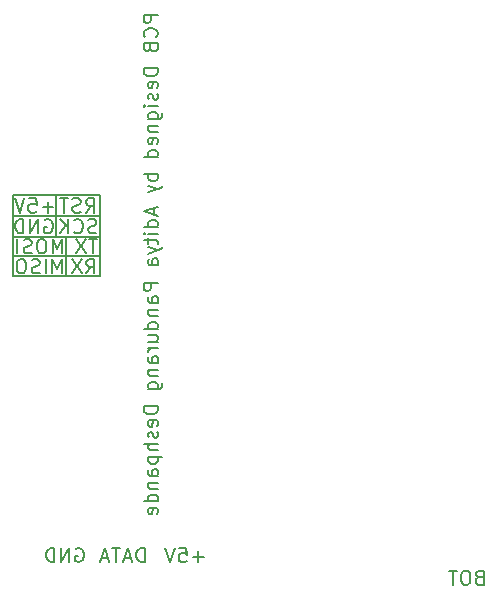
<source format=gbr>
%TF.GenerationSoftware,KiCad,Pcbnew,9.0.3*%
%TF.CreationDate,2025-07-13T15:08:49+05:30*%
%TF.ProjectId,lighting_pcb_tht,6c696768-7469-46e6-975f-7063625f7468,rev?*%
%TF.SameCoordinates,Original*%
%TF.FileFunction,Legend,Bot*%
%TF.FilePolarity,Positive*%
%FSLAX46Y46*%
G04 Gerber Fmt 4.6, Leading zero omitted, Abs format (unit mm)*
G04 Created by KiCad (PCBNEW 9.0.3) date 2025-07-13 15:08:49*
%MOMM*%
%LPD*%
G01*
G04 APERTURE LIST*
%ADD10C,0.170000*%
G04 APERTURE END LIST*
D10*
X332485Y-23160000D02*
X7740000Y-23160000D01*
X330000Y-21450000D02*
X7740000Y-21450000D01*
X3975000Y-16300000D02*
X3975000Y-19750000D01*
X330000Y-23160000D02*
X330000Y-16300000D01*
X330000Y-18010000D02*
X7740000Y-18010000D01*
X4870000Y-19785000D02*
X4870000Y-23160000D01*
X330000Y-16300000D02*
X7740000Y-16300000D01*
X330000Y-19785000D02*
X7740000Y-19785000D01*
X7740000Y-23160000D02*
X7740000Y-16300000D01*
X3762443Y-17287160D02*
X2848158Y-17287160D01*
X3305300Y-17744302D02*
X3305300Y-16830017D01*
X1705301Y-16544302D02*
X2276729Y-16544302D01*
X2276729Y-16544302D02*
X2333872Y-17115731D01*
X2333872Y-17115731D02*
X2276729Y-17058588D01*
X2276729Y-17058588D02*
X2162444Y-17001445D01*
X2162444Y-17001445D02*
X1876729Y-17001445D01*
X1876729Y-17001445D02*
X1762444Y-17058588D01*
X1762444Y-17058588D02*
X1705301Y-17115731D01*
X1705301Y-17115731D02*
X1648158Y-17230017D01*
X1648158Y-17230017D02*
X1648158Y-17515731D01*
X1648158Y-17515731D02*
X1705301Y-17630017D01*
X1705301Y-17630017D02*
X1762444Y-17687160D01*
X1762444Y-17687160D02*
X1876729Y-17744302D01*
X1876729Y-17744302D02*
X2162444Y-17744302D01*
X2162444Y-17744302D02*
X2276729Y-17687160D01*
X2276729Y-17687160D02*
X2333872Y-17630017D01*
X1305301Y-16544302D02*
X905301Y-17744302D01*
X905301Y-17744302D02*
X505301Y-16544302D01*
X12594302Y-1007556D02*
X11394302Y-1007556D01*
X11394302Y-1007556D02*
X11394302Y-1464699D01*
X11394302Y-1464699D02*
X11451445Y-1578984D01*
X11451445Y-1578984D02*
X11508588Y-1636127D01*
X11508588Y-1636127D02*
X11622874Y-1693270D01*
X11622874Y-1693270D02*
X11794302Y-1693270D01*
X11794302Y-1693270D02*
X11908588Y-1636127D01*
X11908588Y-1636127D02*
X11965731Y-1578984D01*
X11965731Y-1578984D02*
X12022874Y-1464699D01*
X12022874Y-1464699D02*
X12022874Y-1007556D01*
X12480017Y-2893270D02*
X12537160Y-2836127D01*
X12537160Y-2836127D02*
X12594302Y-2664699D01*
X12594302Y-2664699D02*
X12594302Y-2550413D01*
X12594302Y-2550413D02*
X12537160Y-2378984D01*
X12537160Y-2378984D02*
X12422874Y-2264699D01*
X12422874Y-2264699D02*
X12308588Y-2207556D01*
X12308588Y-2207556D02*
X12080017Y-2150413D01*
X12080017Y-2150413D02*
X11908588Y-2150413D01*
X11908588Y-2150413D02*
X11680017Y-2207556D01*
X11680017Y-2207556D02*
X11565731Y-2264699D01*
X11565731Y-2264699D02*
X11451445Y-2378984D01*
X11451445Y-2378984D02*
X11394302Y-2550413D01*
X11394302Y-2550413D02*
X11394302Y-2664699D01*
X11394302Y-2664699D02*
X11451445Y-2836127D01*
X11451445Y-2836127D02*
X11508588Y-2893270D01*
X11965731Y-3807556D02*
X12022874Y-3978984D01*
X12022874Y-3978984D02*
X12080017Y-4036127D01*
X12080017Y-4036127D02*
X12194302Y-4093270D01*
X12194302Y-4093270D02*
X12365731Y-4093270D01*
X12365731Y-4093270D02*
X12480017Y-4036127D01*
X12480017Y-4036127D02*
X12537160Y-3978984D01*
X12537160Y-3978984D02*
X12594302Y-3864699D01*
X12594302Y-3864699D02*
X12594302Y-3407556D01*
X12594302Y-3407556D02*
X11394302Y-3407556D01*
X11394302Y-3407556D02*
X11394302Y-3807556D01*
X11394302Y-3807556D02*
X11451445Y-3921842D01*
X11451445Y-3921842D02*
X11508588Y-3978984D01*
X11508588Y-3978984D02*
X11622874Y-4036127D01*
X11622874Y-4036127D02*
X11737160Y-4036127D01*
X11737160Y-4036127D02*
X11851445Y-3978984D01*
X11851445Y-3978984D02*
X11908588Y-3921842D01*
X11908588Y-3921842D02*
X11965731Y-3807556D01*
X11965731Y-3807556D02*
X11965731Y-3407556D01*
X12594302Y-5521842D02*
X11394302Y-5521842D01*
X11394302Y-5521842D02*
X11394302Y-5807556D01*
X11394302Y-5807556D02*
X11451445Y-5978985D01*
X11451445Y-5978985D02*
X11565731Y-6093270D01*
X11565731Y-6093270D02*
X11680017Y-6150413D01*
X11680017Y-6150413D02*
X11908588Y-6207556D01*
X11908588Y-6207556D02*
X12080017Y-6207556D01*
X12080017Y-6207556D02*
X12308588Y-6150413D01*
X12308588Y-6150413D02*
X12422874Y-6093270D01*
X12422874Y-6093270D02*
X12537160Y-5978985D01*
X12537160Y-5978985D02*
X12594302Y-5807556D01*
X12594302Y-5807556D02*
X12594302Y-5521842D01*
X12537160Y-7178985D02*
X12594302Y-7064699D01*
X12594302Y-7064699D02*
X12594302Y-6836128D01*
X12594302Y-6836128D02*
X12537160Y-6721842D01*
X12537160Y-6721842D02*
X12422874Y-6664699D01*
X12422874Y-6664699D02*
X11965731Y-6664699D01*
X11965731Y-6664699D02*
X11851445Y-6721842D01*
X11851445Y-6721842D02*
X11794302Y-6836128D01*
X11794302Y-6836128D02*
X11794302Y-7064699D01*
X11794302Y-7064699D02*
X11851445Y-7178985D01*
X11851445Y-7178985D02*
X11965731Y-7236128D01*
X11965731Y-7236128D02*
X12080017Y-7236128D01*
X12080017Y-7236128D02*
X12194302Y-6664699D01*
X12537160Y-7693270D02*
X12594302Y-7807556D01*
X12594302Y-7807556D02*
X12594302Y-8036127D01*
X12594302Y-8036127D02*
X12537160Y-8150413D01*
X12537160Y-8150413D02*
X12422874Y-8207556D01*
X12422874Y-8207556D02*
X12365731Y-8207556D01*
X12365731Y-8207556D02*
X12251445Y-8150413D01*
X12251445Y-8150413D02*
X12194302Y-8036127D01*
X12194302Y-8036127D02*
X12194302Y-7864699D01*
X12194302Y-7864699D02*
X12137160Y-7750413D01*
X12137160Y-7750413D02*
X12022874Y-7693270D01*
X12022874Y-7693270D02*
X11965731Y-7693270D01*
X11965731Y-7693270D02*
X11851445Y-7750413D01*
X11851445Y-7750413D02*
X11794302Y-7864699D01*
X11794302Y-7864699D02*
X11794302Y-8036127D01*
X11794302Y-8036127D02*
X11851445Y-8150413D01*
X12594302Y-8721842D02*
X11794302Y-8721842D01*
X11394302Y-8721842D02*
X11451445Y-8664699D01*
X11451445Y-8664699D02*
X11508588Y-8721842D01*
X11508588Y-8721842D02*
X11451445Y-8778985D01*
X11451445Y-8778985D02*
X11394302Y-8721842D01*
X11394302Y-8721842D02*
X11508588Y-8721842D01*
X11794302Y-9807557D02*
X12765731Y-9807557D01*
X12765731Y-9807557D02*
X12880017Y-9750414D01*
X12880017Y-9750414D02*
X12937160Y-9693271D01*
X12937160Y-9693271D02*
X12994302Y-9578985D01*
X12994302Y-9578985D02*
X12994302Y-9407557D01*
X12994302Y-9407557D02*
X12937160Y-9293271D01*
X12537160Y-9807557D02*
X12594302Y-9693271D01*
X12594302Y-9693271D02*
X12594302Y-9464699D01*
X12594302Y-9464699D02*
X12537160Y-9350414D01*
X12537160Y-9350414D02*
X12480017Y-9293271D01*
X12480017Y-9293271D02*
X12365731Y-9236128D01*
X12365731Y-9236128D02*
X12022874Y-9236128D01*
X12022874Y-9236128D02*
X11908588Y-9293271D01*
X11908588Y-9293271D02*
X11851445Y-9350414D01*
X11851445Y-9350414D02*
X11794302Y-9464699D01*
X11794302Y-9464699D02*
X11794302Y-9693271D01*
X11794302Y-9693271D02*
X11851445Y-9807557D01*
X11794302Y-10378985D02*
X12594302Y-10378985D01*
X11908588Y-10378985D02*
X11851445Y-10436128D01*
X11851445Y-10436128D02*
X11794302Y-10550413D01*
X11794302Y-10550413D02*
X11794302Y-10721842D01*
X11794302Y-10721842D02*
X11851445Y-10836128D01*
X11851445Y-10836128D02*
X11965731Y-10893271D01*
X11965731Y-10893271D02*
X12594302Y-10893271D01*
X12537160Y-11921842D02*
X12594302Y-11807556D01*
X12594302Y-11807556D02*
X12594302Y-11578985D01*
X12594302Y-11578985D02*
X12537160Y-11464699D01*
X12537160Y-11464699D02*
X12422874Y-11407556D01*
X12422874Y-11407556D02*
X11965731Y-11407556D01*
X11965731Y-11407556D02*
X11851445Y-11464699D01*
X11851445Y-11464699D02*
X11794302Y-11578985D01*
X11794302Y-11578985D02*
X11794302Y-11807556D01*
X11794302Y-11807556D02*
X11851445Y-11921842D01*
X11851445Y-11921842D02*
X11965731Y-11978985D01*
X11965731Y-11978985D02*
X12080017Y-11978985D01*
X12080017Y-11978985D02*
X12194302Y-11407556D01*
X12594302Y-13007556D02*
X11394302Y-13007556D01*
X12537160Y-13007556D02*
X12594302Y-12893270D01*
X12594302Y-12893270D02*
X12594302Y-12664698D01*
X12594302Y-12664698D02*
X12537160Y-12550413D01*
X12537160Y-12550413D02*
X12480017Y-12493270D01*
X12480017Y-12493270D02*
X12365731Y-12436127D01*
X12365731Y-12436127D02*
X12022874Y-12436127D01*
X12022874Y-12436127D02*
X11908588Y-12493270D01*
X11908588Y-12493270D02*
X11851445Y-12550413D01*
X11851445Y-12550413D02*
X11794302Y-12664698D01*
X11794302Y-12664698D02*
X11794302Y-12893270D01*
X11794302Y-12893270D02*
X11851445Y-13007556D01*
X12594302Y-14493270D02*
X11394302Y-14493270D01*
X11851445Y-14493270D02*
X11794302Y-14607556D01*
X11794302Y-14607556D02*
X11794302Y-14836127D01*
X11794302Y-14836127D02*
X11851445Y-14950413D01*
X11851445Y-14950413D02*
X11908588Y-15007556D01*
X11908588Y-15007556D02*
X12022874Y-15064698D01*
X12022874Y-15064698D02*
X12365731Y-15064698D01*
X12365731Y-15064698D02*
X12480017Y-15007556D01*
X12480017Y-15007556D02*
X12537160Y-14950413D01*
X12537160Y-14950413D02*
X12594302Y-14836127D01*
X12594302Y-14836127D02*
X12594302Y-14607556D01*
X12594302Y-14607556D02*
X12537160Y-14493270D01*
X11794302Y-15464698D02*
X12594302Y-15750412D01*
X11794302Y-16036127D02*
X12594302Y-15750412D01*
X12594302Y-15750412D02*
X12880017Y-15636127D01*
X12880017Y-15636127D02*
X12937160Y-15578984D01*
X12937160Y-15578984D02*
X12994302Y-15464698D01*
X12251445Y-17350413D02*
X12251445Y-17921842D01*
X12594302Y-17236127D02*
X11394302Y-17636127D01*
X11394302Y-17636127D02*
X12594302Y-18036127D01*
X12594302Y-18950413D02*
X11394302Y-18950413D01*
X12537160Y-18950413D02*
X12594302Y-18836127D01*
X12594302Y-18836127D02*
X12594302Y-18607555D01*
X12594302Y-18607555D02*
X12537160Y-18493270D01*
X12537160Y-18493270D02*
X12480017Y-18436127D01*
X12480017Y-18436127D02*
X12365731Y-18378984D01*
X12365731Y-18378984D02*
X12022874Y-18378984D01*
X12022874Y-18378984D02*
X11908588Y-18436127D01*
X11908588Y-18436127D02*
X11851445Y-18493270D01*
X11851445Y-18493270D02*
X11794302Y-18607555D01*
X11794302Y-18607555D02*
X11794302Y-18836127D01*
X11794302Y-18836127D02*
X11851445Y-18950413D01*
X12594302Y-19521841D02*
X11794302Y-19521841D01*
X11394302Y-19521841D02*
X11451445Y-19464698D01*
X11451445Y-19464698D02*
X11508588Y-19521841D01*
X11508588Y-19521841D02*
X11451445Y-19578984D01*
X11451445Y-19578984D02*
X11394302Y-19521841D01*
X11394302Y-19521841D02*
X11508588Y-19521841D01*
X11794302Y-19921841D02*
X11794302Y-20378984D01*
X11394302Y-20093270D02*
X12422874Y-20093270D01*
X12422874Y-20093270D02*
X12537160Y-20150413D01*
X12537160Y-20150413D02*
X12594302Y-20264698D01*
X12594302Y-20264698D02*
X12594302Y-20378984D01*
X11794302Y-20664698D02*
X12594302Y-20950412D01*
X11794302Y-21236127D02*
X12594302Y-20950412D01*
X12594302Y-20950412D02*
X12880017Y-20836127D01*
X12880017Y-20836127D02*
X12937160Y-20778984D01*
X12937160Y-20778984D02*
X12994302Y-20664698D01*
X12594302Y-22207556D02*
X11965731Y-22207556D01*
X11965731Y-22207556D02*
X11851445Y-22150413D01*
X11851445Y-22150413D02*
X11794302Y-22036127D01*
X11794302Y-22036127D02*
X11794302Y-21807556D01*
X11794302Y-21807556D02*
X11851445Y-21693270D01*
X12537160Y-22207556D02*
X12594302Y-22093270D01*
X12594302Y-22093270D02*
X12594302Y-21807556D01*
X12594302Y-21807556D02*
X12537160Y-21693270D01*
X12537160Y-21693270D02*
X12422874Y-21636127D01*
X12422874Y-21636127D02*
X12308588Y-21636127D01*
X12308588Y-21636127D02*
X12194302Y-21693270D01*
X12194302Y-21693270D02*
X12137160Y-21807556D01*
X12137160Y-21807556D02*
X12137160Y-22093270D01*
X12137160Y-22093270D02*
X12080017Y-22207556D01*
X12594302Y-23693270D02*
X11394302Y-23693270D01*
X11394302Y-23693270D02*
X11394302Y-24150413D01*
X11394302Y-24150413D02*
X11451445Y-24264698D01*
X11451445Y-24264698D02*
X11508588Y-24321841D01*
X11508588Y-24321841D02*
X11622874Y-24378984D01*
X11622874Y-24378984D02*
X11794302Y-24378984D01*
X11794302Y-24378984D02*
X11908588Y-24321841D01*
X11908588Y-24321841D02*
X11965731Y-24264698D01*
X11965731Y-24264698D02*
X12022874Y-24150413D01*
X12022874Y-24150413D02*
X12022874Y-23693270D01*
X12594302Y-25407556D02*
X11965731Y-25407556D01*
X11965731Y-25407556D02*
X11851445Y-25350413D01*
X11851445Y-25350413D02*
X11794302Y-25236127D01*
X11794302Y-25236127D02*
X11794302Y-25007556D01*
X11794302Y-25007556D02*
X11851445Y-24893270D01*
X12537160Y-25407556D02*
X12594302Y-25293270D01*
X12594302Y-25293270D02*
X12594302Y-25007556D01*
X12594302Y-25007556D02*
X12537160Y-24893270D01*
X12537160Y-24893270D02*
X12422874Y-24836127D01*
X12422874Y-24836127D02*
X12308588Y-24836127D01*
X12308588Y-24836127D02*
X12194302Y-24893270D01*
X12194302Y-24893270D02*
X12137160Y-25007556D01*
X12137160Y-25007556D02*
X12137160Y-25293270D01*
X12137160Y-25293270D02*
X12080017Y-25407556D01*
X11794302Y-25978984D02*
X12594302Y-25978984D01*
X11908588Y-25978984D02*
X11851445Y-26036127D01*
X11851445Y-26036127D02*
X11794302Y-26150412D01*
X11794302Y-26150412D02*
X11794302Y-26321841D01*
X11794302Y-26321841D02*
X11851445Y-26436127D01*
X11851445Y-26436127D02*
X11965731Y-26493270D01*
X11965731Y-26493270D02*
X12594302Y-26493270D01*
X12594302Y-27578984D02*
X11394302Y-27578984D01*
X12537160Y-27578984D02*
X12594302Y-27464698D01*
X12594302Y-27464698D02*
X12594302Y-27236126D01*
X12594302Y-27236126D02*
X12537160Y-27121841D01*
X12537160Y-27121841D02*
X12480017Y-27064698D01*
X12480017Y-27064698D02*
X12365731Y-27007555D01*
X12365731Y-27007555D02*
X12022874Y-27007555D01*
X12022874Y-27007555D02*
X11908588Y-27064698D01*
X11908588Y-27064698D02*
X11851445Y-27121841D01*
X11851445Y-27121841D02*
X11794302Y-27236126D01*
X11794302Y-27236126D02*
X11794302Y-27464698D01*
X11794302Y-27464698D02*
X11851445Y-27578984D01*
X11794302Y-28664698D02*
X12594302Y-28664698D01*
X11794302Y-28150412D02*
X12422874Y-28150412D01*
X12422874Y-28150412D02*
X12537160Y-28207555D01*
X12537160Y-28207555D02*
X12594302Y-28321840D01*
X12594302Y-28321840D02*
X12594302Y-28493269D01*
X12594302Y-28493269D02*
X12537160Y-28607555D01*
X12537160Y-28607555D02*
X12480017Y-28664698D01*
X12594302Y-29236126D02*
X11794302Y-29236126D01*
X12022874Y-29236126D02*
X11908588Y-29293269D01*
X11908588Y-29293269D02*
X11851445Y-29350412D01*
X11851445Y-29350412D02*
X11794302Y-29464697D01*
X11794302Y-29464697D02*
X11794302Y-29578983D01*
X12594302Y-30493269D02*
X11965731Y-30493269D01*
X11965731Y-30493269D02*
X11851445Y-30436126D01*
X11851445Y-30436126D02*
X11794302Y-30321840D01*
X11794302Y-30321840D02*
X11794302Y-30093269D01*
X11794302Y-30093269D02*
X11851445Y-29978983D01*
X12537160Y-30493269D02*
X12594302Y-30378983D01*
X12594302Y-30378983D02*
X12594302Y-30093269D01*
X12594302Y-30093269D02*
X12537160Y-29978983D01*
X12537160Y-29978983D02*
X12422874Y-29921840D01*
X12422874Y-29921840D02*
X12308588Y-29921840D01*
X12308588Y-29921840D02*
X12194302Y-29978983D01*
X12194302Y-29978983D02*
X12137160Y-30093269D01*
X12137160Y-30093269D02*
X12137160Y-30378983D01*
X12137160Y-30378983D02*
X12080017Y-30493269D01*
X11794302Y-31064697D02*
X12594302Y-31064697D01*
X11908588Y-31064697D02*
X11851445Y-31121840D01*
X11851445Y-31121840D02*
X11794302Y-31236125D01*
X11794302Y-31236125D02*
X11794302Y-31407554D01*
X11794302Y-31407554D02*
X11851445Y-31521840D01*
X11851445Y-31521840D02*
X11965731Y-31578983D01*
X11965731Y-31578983D02*
X12594302Y-31578983D01*
X11794302Y-32664697D02*
X12765731Y-32664697D01*
X12765731Y-32664697D02*
X12880017Y-32607554D01*
X12880017Y-32607554D02*
X12937160Y-32550411D01*
X12937160Y-32550411D02*
X12994302Y-32436125D01*
X12994302Y-32436125D02*
X12994302Y-32264697D01*
X12994302Y-32264697D02*
X12937160Y-32150411D01*
X12537160Y-32664697D02*
X12594302Y-32550411D01*
X12594302Y-32550411D02*
X12594302Y-32321839D01*
X12594302Y-32321839D02*
X12537160Y-32207554D01*
X12537160Y-32207554D02*
X12480017Y-32150411D01*
X12480017Y-32150411D02*
X12365731Y-32093268D01*
X12365731Y-32093268D02*
X12022874Y-32093268D01*
X12022874Y-32093268D02*
X11908588Y-32150411D01*
X11908588Y-32150411D02*
X11851445Y-32207554D01*
X11851445Y-32207554D02*
X11794302Y-32321839D01*
X11794302Y-32321839D02*
X11794302Y-32550411D01*
X11794302Y-32550411D02*
X11851445Y-32664697D01*
X12594302Y-34150411D02*
X11394302Y-34150411D01*
X11394302Y-34150411D02*
X11394302Y-34436125D01*
X11394302Y-34436125D02*
X11451445Y-34607554D01*
X11451445Y-34607554D02*
X11565731Y-34721839D01*
X11565731Y-34721839D02*
X11680017Y-34778982D01*
X11680017Y-34778982D02*
X11908588Y-34836125D01*
X11908588Y-34836125D02*
X12080017Y-34836125D01*
X12080017Y-34836125D02*
X12308588Y-34778982D01*
X12308588Y-34778982D02*
X12422874Y-34721839D01*
X12422874Y-34721839D02*
X12537160Y-34607554D01*
X12537160Y-34607554D02*
X12594302Y-34436125D01*
X12594302Y-34436125D02*
X12594302Y-34150411D01*
X12537160Y-35807554D02*
X12594302Y-35693268D01*
X12594302Y-35693268D02*
X12594302Y-35464697D01*
X12594302Y-35464697D02*
X12537160Y-35350411D01*
X12537160Y-35350411D02*
X12422874Y-35293268D01*
X12422874Y-35293268D02*
X11965731Y-35293268D01*
X11965731Y-35293268D02*
X11851445Y-35350411D01*
X11851445Y-35350411D02*
X11794302Y-35464697D01*
X11794302Y-35464697D02*
X11794302Y-35693268D01*
X11794302Y-35693268D02*
X11851445Y-35807554D01*
X11851445Y-35807554D02*
X11965731Y-35864697D01*
X11965731Y-35864697D02*
X12080017Y-35864697D01*
X12080017Y-35864697D02*
X12194302Y-35293268D01*
X12537160Y-36321839D02*
X12594302Y-36436125D01*
X12594302Y-36436125D02*
X12594302Y-36664696D01*
X12594302Y-36664696D02*
X12537160Y-36778982D01*
X12537160Y-36778982D02*
X12422874Y-36836125D01*
X12422874Y-36836125D02*
X12365731Y-36836125D01*
X12365731Y-36836125D02*
X12251445Y-36778982D01*
X12251445Y-36778982D02*
X12194302Y-36664696D01*
X12194302Y-36664696D02*
X12194302Y-36493268D01*
X12194302Y-36493268D02*
X12137160Y-36378982D01*
X12137160Y-36378982D02*
X12022874Y-36321839D01*
X12022874Y-36321839D02*
X11965731Y-36321839D01*
X11965731Y-36321839D02*
X11851445Y-36378982D01*
X11851445Y-36378982D02*
X11794302Y-36493268D01*
X11794302Y-36493268D02*
X11794302Y-36664696D01*
X11794302Y-36664696D02*
X11851445Y-36778982D01*
X12594302Y-37350411D02*
X11394302Y-37350411D01*
X12594302Y-37864697D02*
X11965731Y-37864697D01*
X11965731Y-37864697D02*
X11851445Y-37807554D01*
X11851445Y-37807554D02*
X11794302Y-37693268D01*
X11794302Y-37693268D02*
X11794302Y-37521839D01*
X11794302Y-37521839D02*
X11851445Y-37407554D01*
X11851445Y-37407554D02*
X11908588Y-37350411D01*
X11794302Y-38436125D02*
X12994302Y-38436125D01*
X11851445Y-38436125D02*
X11794302Y-38550411D01*
X11794302Y-38550411D02*
X11794302Y-38778982D01*
X11794302Y-38778982D02*
X11851445Y-38893268D01*
X11851445Y-38893268D02*
X11908588Y-38950411D01*
X11908588Y-38950411D02*
X12022874Y-39007553D01*
X12022874Y-39007553D02*
X12365731Y-39007553D01*
X12365731Y-39007553D02*
X12480017Y-38950411D01*
X12480017Y-38950411D02*
X12537160Y-38893268D01*
X12537160Y-38893268D02*
X12594302Y-38778982D01*
X12594302Y-38778982D02*
X12594302Y-38550411D01*
X12594302Y-38550411D02*
X12537160Y-38436125D01*
X12594302Y-40036125D02*
X11965731Y-40036125D01*
X11965731Y-40036125D02*
X11851445Y-39978982D01*
X11851445Y-39978982D02*
X11794302Y-39864696D01*
X11794302Y-39864696D02*
X11794302Y-39636125D01*
X11794302Y-39636125D02*
X11851445Y-39521839D01*
X12537160Y-40036125D02*
X12594302Y-39921839D01*
X12594302Y-39921839D02*
X12594302Y-39636125D01*
X12594302Y-39636125D02*
X12537160Y-39521839D01*
X12537160Y-39521839D02*
X12422874Y-39464696D01*
X12422874Y-39464696D02*
X12308588Y-39464696D01*
X12308588Y-39464696D02*
X12194302Y-39521839D01*
X12194302Y-39521839D02*
X12137160Y-39636125D01*
X12137160Y-39636125D02*
X12137160Y-39921839D01*
X12137160Y-39921839D02*
X12080017Y-40036125D01*
X11794302Y-40607553D02*
X12594302Y-40607553D01*
X11908588Y-40607553D02*
X11851445Y-40664696D01*
X11851445Y-40664696D02*
X11794302Y-40778981D01*
X11794302Y-40778981D02*
X11794302Y-40950410D01*
X11794302Y-40950410D02*
X11851445Y-41064696D01*
X11851445Y-41064696D02*
X11965731Y-41121839D01*
X11965731Y-41121839D02*
X12594302Y-41121839D01*
X12594302Y-42207553D02*
X11394302Y-42207553D01*
X12537160Y-42207553D02*
X12594302Y-42093267D01*
X12594302Y-42093267D02*
X12594302Y-41864695D01*
X12594302Y-41864695D02*
X12537160Y-41750410D01*
X12537160Y-41750410D02*
X12480017Y-41693267D01*
X12480017Y-41693267D02*
X12365731Y-41636124D01*
X12365731Y-41636124D02*
X12022874Y-41636124D01*
X12022874Y-41636124D02*
X11908588Y-41693267D01*
X11908588Y-41693267D02*
X11851445Y-41750410D01*
X11851445Y-41750410D02*
X11794302Y-41864695D01*
X11794302Y-41864695D02*
X11794302Y-42093267D01*
X11794302Y-42093267D02*
X11851445Y-42207553D01*
X12537160Y-43236124D02*
X12594302Y-43121838D01*
X12594302Y-43121838D02*
X12594302Y-42893267D01*
X12594302Y-42893267D02*
X12537160Y-42778981D01*
X12537160Y-42778981D02*
X12422874Y-42721838D01*
X12422874Y-42721838D02*
X11965731Y-42721838D01*
X11965731Y-42721838D02*
X11851445Y-42778981D01*
X11851445Y-42778981D02*
X11794302Y-42893267D01*
X11794302Y-42893267D02*
X11794302Y-43121838D01*
X11794302Y-43121838D02*
X11851445Y-43236124D01*
X11851445Y-43236124D02*
X11965731Y-43293267D01*
X11965731Y-43293267D02*
X12080017Y-43293267D01*
X12080017Y-43293267D02*
X12194302Y-42721838D01*
X7483872Y-20004302D02*
X6798158Y-20004302D01*
X7141015Y-21204302D02*
X7141015Y-20004302D01*
X6512443Y-20004302D02*
X5712443Y-21204302D01*
X5712443Y-20004302D02*
X6512443Y-21204302D01*
X7409586Y-19437160D02*
X7238158Y-19494302D01*
X7238158Y-19494302D02*
X6952443Y-19494302D01*
X6952443Y-19494302D02*
X6838158Y-19437160D01*
X6838158Y-19437160D02*
X6781015Y-19380017D01*
X6781015Y-19380017D02*
X6723872Y-19265731D01*
X6723872Y-19265731D02*
X6723872Y-19151445D01*
X6723872Y-19151445D02*
X6781015Y-19037160D01*
X6781015Y-19037160D02*
X6838158Y-18980017D01*
X6838158Y-18980017D02*
X6952443Y-18922874D01*
X6952443Y-18922874D02*
X7181015Y-18865731D01*
X7181015Y-18865731D02*
X7295300Y-18808588D01*
X7295300Y-18808588D02*
X7352443Y-18751445D01*
X7352443Y-18751445D02*
X7409586Y-18637160D01*
X7409586Y-18637160D02*
X7409586Y-18522874D01*
X7409586Y-18522874D02*
X7352443Y-18408588D01*
X7352443Y-18408588D02*
X7295300Y-18351445D01*
X7295300Y-18351445D02*
X7181015Y-18294302D01*
X7181015Y-18294302D02*
X6895300Y-18294302D01*
X6895300Y-18294302D02*
X6723872Y-18351445D01*
X5523872Y-19380017D02*
X5581015Y-19437160D01*
X5581015Y-19437160D02*
X5752443Y-19494302D01*
X5752443Y-19494302D02*
X5866729Y-19494302D01*
X5866729Y-19494302D02*
X6038158Y-19437160D01*
X6038158Y-19437160D02*
X6152443Y-19322874D01*
X6152443Y-19322874D02*
X6209586Y-19208588D01*
X6209586Y-19208588D02*
X6266729Y-18980017D01*
X6266729Y-18980017D02*
X6266729Y-18808588D01*
X6266729Y-18808588D02*
X6209586Y-18580017D01*
X6209586Y-18580017D02*
X6152443Y-18465731D01*
X6152443Y-18465731D02*
X6038158Y-18351445D01*
X6038158Y-18351445D02*
X5866729Y-18294302D01*
X5866729Y-18294302D02*
X5752443Y-18294302D01*
X5752443Y-18294302D02*
X5581015Y-18351445D01*
X5581015Y-18351445D02*
X5523872Y-18408588D01*
X5009586Y-19494302D02*
X5009586Y-18294302D01*
X4323872Y-19494302D02*
X4838158Y-18808588D01*
X4323872Y-18294302D02*
X5009586Y-18980017D01*
X11482443Y-47344302D02*
X11482443Y-46144302D01*
X11482443Y-46144302D02*
X11196729Y-46144302D01*
X11196729Y-46144302D02*
X11025300Y-46201445D01*
X11025300Y-46201445D02*
X10911015Y-46315731D01*
X10911015Y-46315731D02*
X10853872Y-46430017D01*
X10853872Y-46430017D02*
X10796729Y-46658588D01*
X10796729Y-46658588D02*
X10796729Y-46830017D01*
X10796729Y-46830017D02*
X10853872Y-47058588D01*
X10853872Y-47058588D02*
X10911015Y-47172874D01*
X10911015Y-47172874D02*
X11025300Y-47287160D01*
X11025300Y-47287160D02*
X11196729Y-47344302D01*
X11196729Y-47344302D02*
X11482443Y-47344302D01*
X10339586Y-47001445D02*
X9768158Y-47001445D01*
X10453872Y-47344302D02*
X10053872Y-46144302D01*
X10053872Y-46144302D02*
X9653872Y-47344302D01*
X9425301Y-46144302D02*
X8739587Y-46144302D01*
X9082444Y-47344302D02*
X9082444Y-46144302D01*
X8396729Y-47001445D02*
X7825301Y-47001445D01*
X8511015Y-47344302D02*
X8111015Y-46144302D01*
X8111015Y-46144302D02*
X7711015Y-47344302D01*
X6546729Y-22894302D02*
X6946729Y-22322874D01*
X7232443Y-22894302D02*
X7232443Y-21694302D01*
X7232443Y-21694302D02*
X6775300Y-21694302D01*
X6775300Y-21694302D02*
X6661015Y-21751445D01*
X6661015Y-21751445D02*
X6603872Y-21808588D01*
X6603872Y-21808588D02*
X6546729Y-21922874D01*
X6546729Y-21922874D02*
X6546729Y-22094302D01*
X6546729Y-22094302D02*
X6603872Y-22208588D01*
X6603872Y-22208588D02*
X6661015Y-22265731D01*
X6661015Y-22265731D02*
X6775300Y-22322874D01*
X6775300Y-22322874D02*
X7232443Y-22322874D01*
X6146729Y-21694302D02*
X5346729Y-22894302D01*
X5346729Y-21694302D02*
X6146729Y-22894302D01*
X39812443Y-48625731D02*
X39641015Y-48682874D01*
X39641015Y-48682874D02*
X39583872Y-48740017D01*
X39583872Y-48740017D02*
X39526729Y-48854302D01*
X39526729Y-48854302D02*
X39526729Y-49025731D01*
X39526729Y-49025731D02*
X39583872Y-49140017D01*
X39583872Y-49140017D02*
X39641015Y-49197160D01*
X39641015Y-49197160D02*
X39755300Y-49254302D01*
X39755300Y-49254302D02*
X40212443Y-49254302D01*
X40212443Y-49254302D02*
X40212443Y-48054302D01*
X40212443Y-48054302D02*
X39812443Y-48054302D01*
X39812443Y-48054302D02*
X39698158Y-48111445D01*
X39698158Y-48111445D02*
X39641015Y-48168588D01*
X39641015Y-48168588D02*
X39583872Y-48282874D01*
X39583872Y-48282874D02*
X39583872Y-48397160D01*
X39583872Y-48397160D02*
X39641015Y-48511445D01*
X39641015Y-48511445D02*
X39698158Y-48568588D01*
X39698158Y-48568588D02*
X39812443Y-48625731D01*
X39812443Y-48625731D02*
X40212443Y-48625731D01*
X38783872Y-48054302D02*
X38555300Y-48054302D01*
X38555300Y-48054302D02*
X38441015Y-48111445D01*
X38441015Y-48111445D02*
X38326729Y-48225731D01*
X38326729Y-48225731D02*
X38269586Y-48454302D01*
X38269586Y-48454302D02*
X38269586Y-48854302D01*
X38269586Y-48854302D02*
X38326729Y-49082874D01*
X38326729Y-49082874D02*
X38441015Y-49197160D01*
X38441015Y-49197160D02*
X38555300Y-49254302D01*
X38555300Y-49254302D02*
X38783872Y-49254302D01*
X38783872Y-49254302D02*
X38898158Y-49197160D01*
X38898158Y-49197160D02*
X39012443Y-49082874D01*
X39012443Y-49082874D02*
X39069586Y-48854302D01*
X39069586Y-48854302D02*
X39069586Y-48454302D01*
X39069586Y-48454302D02*
X39012443Y-48225731D01*
X39012443Y-48225731D02*
X38898158Y-48111445D01*
X38898158Y-48111445D02*
X38783872Y-48054302D01*
X37926729Y-48054302D02*
X37241015Y-48054302D01*
X37583872Y-49254302D02*
X37583872Y-48054302D01*
X3043872Y-18351445D02*
X3158158Y-18294302D01*
X3158158Y-18294302D02*
X3329586Y-18294302D01*
X3329586Y-18294302D02*
X3501015Y-18351445D01*
X3501015Y-18351445D02*
X3615300Y-18465731D01*
X3615300Y-18465731D02*
X3672443Y-18580017D01*
X3672443Y-18580017D02*
X3729586Y-18808588D01*
X3729586Y-18808588D02*
X3729586Y-18980017D01*
X3729586Y-18980017D02*
X3672443Y-19208588D01*
X3672443Y-19208588D02*
X3615300Y-19322874D01*
X3615300Y-19322874D02*
X3501015Y-19437160D01*
X3501015Y-19437160D02*
X3329586Y-19494302D01*
X3329586Y-19494302D02*
X3215300Y-19494302D01*
X3215300Y-19494302D02*
X3043872Y-19437160D01*
X3043872Y-19437160D02*
X2986729Y-19380017D01*
X2986729Y-19380017D02*
X2986729Y-18980017D01*
X2986729Y-18980017D02*
X3215300Y-18980017D01*
X2472443Y-19494302D02*
X2472443Y-18294302D01*
X2472443Y-18294302D02*
X1786729Y-19494302D01*
X1786729Y-19494302D02*
X1786729Y-18294302D01*
X1215300Y-19494302D02*
X1215300Y-18294302D01*
X1215300Y-18294302D02*
X929586Y-18294302D01*
X929586Y-18294302D02*
X758157Y-18351445D01*
X758157Y-18351445D02*
X643872Y-18465731D01*
X643872Y-18465731D02*
X586729Y-18580017D01*
X586729Y-18580017D02*
X529586Y-18808588D01*
X529586Y-18808588D02*
X529586Y-18980017D01*
X529586Y-18980017D02*
X586729Y-19208588D01*
X586729Y-19208588D02*
X643872Y-19322874D01*
X643872Y-19322874D02*
X758157Y-19437160D01*
X758157Y-19437160D02*
X929586Y-19494302D01*
X929586Y-19494302D02*
X1215300Y-19494302D01*
X4482443Y-22894302D02*
X4482443Y-21694302D01*
X4482443Y-21694302D02*
X4082443Y-22551445D01*
X4082443Y-22551445D02*
X3682443Y-21694302D01*
X3682443Y-21694302D02*
X3682443Y-22894302D01*
X3111014Y-22894302D02*
X3111014Y-21694302D01*
X2596728Y-22837160D02*
X2425300Y-22894302D01*
X2425300Y-22894302D02*
X2139585Y-22894302D01*
X2139585Y-22894302D02*
X2025300Y-22837160D01*
X2025300Y-22837160D02*
X1968157Y-22780017D01*
X1968157Y-22780017D02*
X1911014Y-22665731D01*
X1911014Y-22665731D02*
X1911014Y-22551445D01*
X1911014Y-22551445D02*
X1968157Y-22437160D01*
X1968157Y-22437160D02*
X2025300Y-22380017D01*
X2025300Y-22380017D02*
X2139585Y-22322874D01*
X2139585Y-22322874D02*
X2368157Y-22265731D01*
X2368157Y-22265731D02*
X2482442Y-22208588D01*
X2482442Y-22208588D02*
X2539585Y-22151445D01*
X2539585Y-22151445D02*
X2596728Y-22037160D01*
X2596728Y-22037160D02*
X2596728Y-21922874D01*
X2596728Y-21922874D02*
X2539585Y-21808588D01*
X2539585Y-21808588D02*
X2482442Y-21751445D01*
X2482442Y-21751445D02*
X2368157Y-21694302D01*
X2368157Y-21694302D02*
X2082442Y-21694302D01*
X2082442Y-21694302D02*
X1911014Y-21751445D01*
X1168157Y-21694302D02*
X939585Y-21694302D01*
X939585Y-21694302D02*
X825300Y-21751445D01*
X825300Y-21751445D02*
X711014Y-21865731D01*
X711014Y-21865731D02*
X653871Y-22094302D01*
X653871Y-22094302D02*
X653871Y-22494302D01*
X653871Y-22494302D02*
X711014Y-22722874D01*
X711014Y-22722874D02*
X825300Y-22837160D01*
X825300Y-22837160D02*
X939585Y-22894302D01*
X939585Y-22894302D02*
X1168157Y-22894302D01*
X1168157Y-22894302D02*
X1282443Y-22837160D01*
X1282443Y-22837160D02*
X1396728Y-22722874D01*
X1396728Y-22722874D02*
X1453871Y-22494302D01*
X1453871Y-22494302D02*
X1453871Y-22094302D01*
X1453871Y-22094302D02*
X1396728Y-21865731D01*
X1396728Y-21865731D02*
X1282443Y-21751445D01*
X1282443Y-21751445D02*
X1168157Y-21694302D01*
X5683872Y-46201445D02*
X5798158Y-46144302D01*
X5798158Y-46144302D02*
X5969586Y-46144302D01*
X5969586Y-46144302D02*
X6141015Y-46201445D01*
X6141015Y-46201445D02*
X6255300Y-46315731D01*
X6255300Y-46315731D02*
X6312443Y-46430017D01*
X6312443Y-46430017D02*
X6369586Y-46658588D01*
X6369586Y-46658588D02*
X6369586Y-46830017D01*
X6369586Y-46830017D02*
X6312443Y-47058588D01*
X6312443Y-47058588D02*
X6255300Y-47172874D01*
X6255300Y-47172874D02*
X6141015Y-47287160D01*
X6141015Y-47287160D02*
X5969586Y-47344302D01*
X5969586Y-47344302D02*
X5855300Y-47344302D01*
X5855300Y-47344302D02*
X5683872Y-47287160D01*
X5683872Y-47287160D02*
X5626729Y-47230017D01*
X5626729Y-47230017D02*
X5626729Y-46830017D01*
X5626729Y-46830017D02*
X5855300Y-46830017D01*
X5112443Y-47344302D02*
X5112443Y-46144302D01*
X5112443Y-46144302D02*
X4426729Y-47344302D01*
X4426729Y-47344302D02*
X4426729Y-46144302D01*
X3855300Y-47344302D02*
X3855300Y-46144302D01*
X3855300Y-46144302D02*
X3569586Y-46144302D01*
X3569586Y-46144302D02*
X3398157Y-46201445D01*
X3398157Y-46201445D02*
X3283872Y-46315731D01*
X3283872Y-46315731D02*
X3226729Y-46430017D01*
X3226729Y-46430017D02*
X3169586Y-46658588D01*
X3169586Y-46658588D02*
X3169586Y-46830017D01*
X3169586Y-46830017D02*
X3226729Y-47058588D01*
X3226729Y-47058588D02*
X3283872Y-47172874D01*
X3283872Y-47172874D02*
X3398157Y-47287160D01*
X3398157Y-47287160D02*
X3569586Y-47344302D01*
X3569586Y-47344302D02*
X3855300Y-47344302D01*
X6516729Y-17744302D02*
X6916729Y-17172874D01*
X7202443Y-17744302D02*
X7202443Y-16544302D01*
X7202443Y-16544302D02*
X6745300Y-16544302D01*
X6745300Y-16544302D02*
X6631015Y-16601445D01*
X6631015Y-16601445D02*
X6573872Y-16658588D01*
X6573872Y-16658588D02*
X6516729Y-16772874D01*
X6516729Y-16772874D02*
X6516729Y-16944302D01*
X6516729Y-16944302D02*
X6573872Y-17058588D01*
X6573872Y-17058588D02*
X6631015Y-17115731D01*
X6631015Y-17115731D02*
X6745300Y-17172874D01*
X6745300Y-17172874D02*
X7202443Y-17172874D01*
X6059586Y-17687160D02*
X5888158Y-17744302D01*
X5888158Y-17744302D02*
X5602443Y-17744302D01*
X5602443Y-17744302D02*
X5488158Y-17687160D01*
X5488158Y-17687160D02*
X5431015Y-17630017D01*
X5431015Y-17630017D02*
X5373872Y-17515731D01*
X5373872Y-17515731D02*
X5373872Y-17401445D01*
X5373872Y-17401445D02*
X5431015Y-17287160D01*
X5431015Y-17287160D02*
X5488158Y-17230017D01*
X5488158Y-17230017D02*
X5602443Y-17172874D01*
X5602443Y-17172874D02*
X5831015Y-17115731D01*
X5831015Y-17115731D02*
X5945300Y-17058588D01*
X5945300Y-17058588D02*
X6002443Y-17001445D01*
X6002443Y-17001445D02*
X6059586Y-16887160D01*
X6059586Y-16887160D02*
X6059586Y-16772874D01*
X6059586Y-16772874D02*
X6002443Y-16658588D01*
X6002443Y-16658588D02*
X5945300Y-16601445D01*
X5945300Y-16601445D02*
X5831015Y-16544302D01*
X5831015Y-16544302D02*
X5545300Y-16544302D01*
X5545300Y-16544302D02*
X5373872Y-16601445D01*
X5031015Y-16544302D02*
X4345301Y-16544302D01*
X4688158Y-17744302D02*
X4688158Y-16544302D01*
X16482443Y-46887160D02*
X15568158Y-46887160D01*
X16025300Y-47344302D02*
X16025300Y-46430017D01*
X14425301Y-46144302D02*
X14996729Y-46144302D01*
X14996729Y-46144302D02*
X15053872Y-46715731D01*
X15053872Y-46715731D02*
X14996729Y-46658588D01*
X14996729Y-46658588D02*
X14882444Y-46601445D01*
X14882444Y-46601445D02*
X14596729Y-46601445D01*
X14596729Y-46601445D02*
X14482444Y-46658588D01*
X14482444Y-46658588D02*
X14425301Y-46715731D01*
X14425301Y-46715731D02*
X14368158Y-46830017D01*
X14368158Y-46830017D02*
X14368158Y-47115731D01*
X14368158Y-47115731D02*
X14425301Y-47230017D01*
X14425301Y-47230017D02*
X14482444Y-47287160D01*
X14482444Y-47287160D02*
X14596729Y-47344302D01*
X14596729Y-47344302D02*
X14882444Y-47344302D01*
X14882444Y-47344302D02*
X14996729Y-47287160D01*
X14996729Y-47287160D02*
X15053872Y-47230017D01*
X14025301Y-46144302D02*
X13625301Y-47344302D01*
X13625301Y-47344302D02*
X13225301Y-46144302D01*
X4492443Y-21204302D02*
X4492443Y-20004302D01*
X4492443Y-20004302D02*
X4092443Y-20861445D01*
X4092443Y-20861445D02*
X3692443Y-20004302D01*
X3692443Y-20004302D02*
X3692443Y-21204302D01*
X2892443Y-20004302D02*
X2663871Y-20004302D01*
X2663871Y-20004302D02*
X2549586Y-20061445D01*
X2549586Y-20061445D02*
X2435300Y-20175731D01*
X2435300Y-20175731D02*
X2378157Y-20404302D01*
X2378157Y-20404302D02*
X2378157Y-20804302D01*
X2378157Y-20804302D02*
X2435300Y-21032874D01*
X2435300Y-21032874D02*
X2549586Y-21147160D01*
X2549586Y-21147160D02*
X2663871Y-21204302D01*
X2663871Y-21204302D02*
X2892443Y-21204302D01*
X2892443Y-21204302D02*
X3006729Y-21147160D01*
X3006729Y-21147160D02*
X3121014Y-21032874D01*
X3121014Y-21032874D02*
X3178157Y-20804302D01*
X3178157Y-20804302D02*
X3178157Y-20404302D01*
X3178157Y-20404302D02*
X3121014Y-20175731D01*
X3121014Y-20175731D02*
X3006729Y-20061445D01*
X3006729Y-20061445D02*
X2892443Y-20004302D01*
X1921014Y-21147160D02*
X1749586Y-21204302D01*
X1749586Y-21204302D02*
X1463871Y-21204302D01*
X1463871Y-21204302D02*
X1349586Y-21147160D01*
X1349586Y-21147160D02*
X1292443Y-21090017D01*
X1292443Y-21090017D02*
X1235300Y-20975731D01*
X1235300Y-20975731D02*
X1235300Y-20861445D01*
X1235300Y-20861445D02*
X1292443Y-20747160D01*
X1292443Y-20747160D02*
X1349586Y-20690017D01*
X1349586Y-20690017D02*
X1463871Y-20632874D01*
X1463871Y-20632874D02*
X1692443Y-20575731D01*
X1692443Y-20575731D02*
X1806728Y-20518588D01*
X1806728Y-20518588D02*
X1863871Y-20461445D01*
X1863871Y-20461445D02*
X1921014Y-20347160D01*
X1921014Y-20347160D02*
X1921014Y-20232874D01*
X1921014Y-20232874D02*
X1863871Y-20118588D01*
X1863871Y-20118588D02*
X1806728Y-20061445D01*
X1806728Y-20061445D02*
X1692443Y-20004302D01*
X1692443Y-20004302D02*
X1406728Y-20004302D01*
X1406728Y-20004302D02*
X1235300Y-20061445D01*
X721014Y-21204302D02*
X721014Y-20004302D01*
M02*

</source>
